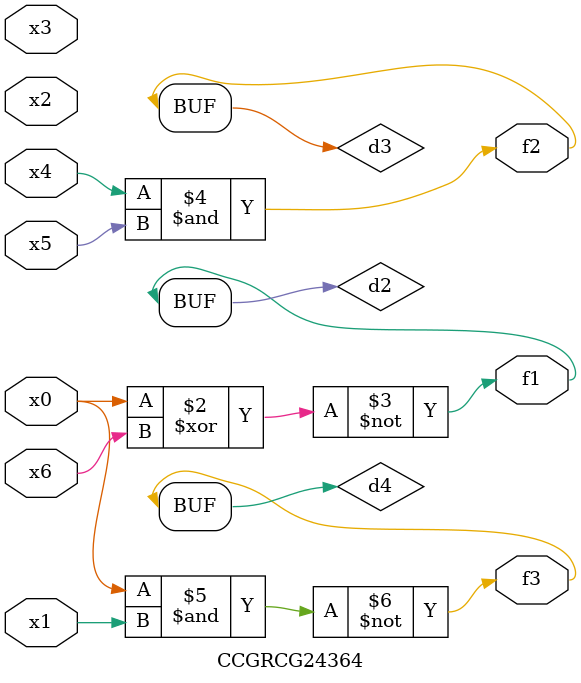
<source format=v>
module CCGRCG24364(
	input x0, x1, x2, x3, x4, x5, x6,
	output f1, f2, f3
);

	wire d1, d2, d3, d4;

	nor (d1, x0);
	xnor (d2, x0, x6);
	and (d3, x4, x5);
	nand (d4, x0, x1);
	assign f1 = d2;
	assign f2 = d3;
	assign f3 = d4;
endmodule

</source>
